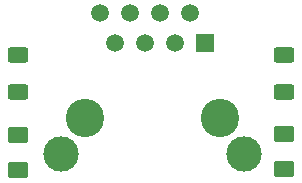
<source format=gbr>
%TF.GenerationSoftware,KiCad,Pcbnew,7.0.2-6a45011f42~172~ubuntu22.04.1*%
%TF.CreationDate,2023-07-12T14:03:09-05:00*%
%TF.ProjectId,Encoder,456e636f-6465-4722-9e6b-696361645f70,rev?*%
%TF.SameCoordinates,Original*%
%TF.FileFunction,Soldermask,Bot*%
%TF.FilePolarity,Negative*%
%FSLAX46Y46*%
G04 Gerber Fmt 4.6, Leading zero omitted, Abs format (unit mm)*
G04 Created by KiCad (PCBNEW 7.0.2-6a45011f42~172~ubuntu22.04.1) date 2023-07-12 14:03:09*
%MOMM*%
%LPD*%
G01*
G04 APERTURE LIST*
G04 Aperture macros list*
%AMRoundRect*
0 Rectangle with rounded corners*
0 $1 Rounding radius*
0 $2 $3 $4 $5 $6 $7 $8 $9 X,Y pos of 4 corners*
0 Add a 4 corners polygon primitive as box body*
4,1,4,$2,$3,$4,$5,$6,$7,$8,$9,$2,$3,0*
0 Add four circle primitives for the rounded corners*
1,1,$1+$1,$2,$3*
1,1,$1+$1,$4,$5*
1,1,$1+$1,$6,$7*
1,1,$1+$1,$8,$9*
0 Add four rect primitives between the rounded corners*
20,1,$1+$1,$2,$3,$4,$5,0*
20,1,$1+$1,$4,$5,$6,$7,0*
20,1,$1+$1,$6,$7,$8,$9,0*
20,1,$1+$1,$8,$9,$2,$3,0*%
G04 Aperture macros list end*
%ADD10RoundRect,0.250001X0.624999X-0.462499X0.624999X0.462499X-0.624999X0.462499X-0.624999X-0.462499X0*%
%ADD11C,3.250000*%
%ADD12R,1.500000X1.500000*%
%ADD13C,1.500000*%
%ADD14C,3.000000*%
%ADD15RoundRect,0.250000X0.625000X-0.400000X0.625000X0.400000X-0.625000X0.400000X-0.625000X-0.400000X0*%
G04 APERTURE END LIST*
D10*
%TO.C,D2*%
X49600000Y-63775000D03*
X49600000Y-60800000D03*
%TD*%
D11*
%TO.C,J1*%
X66760000Y-59390000D03*
X55330000Y-59390000D03*
D12*
X65490000Y-53040000D03*
D13*
X64220000Y-50500000D03*
X62950000Y-53040000D03*
X61680000Y-50500000D03*
X60410000Y-53040000D03*
X59140000Y-50500000D03*
X57870000Y-53040000D03*
X56600000Y-50500000D03*
D14*
X68815000Y-62440000D03*
X53275000Y-62440000D03*
%TD*%
D10*
%TO.C,D1*%
X72200000Y-63687500D03*
X72200000Y-60712500D03*
%TD*%
D15*
%TO.C,R2*%
X49600000Y-57150000D03*
X49600000Y-54050000D03*
%TD*%
%TO.C,R1*%
X72200000Y-57150000D03*
X72200000Y-54050000D03*
%TD*%
M02*

</source>
